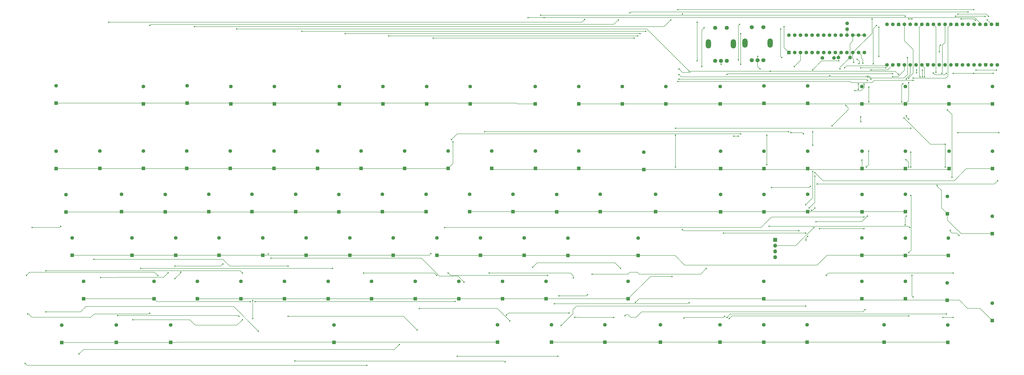
<source format=gbr>
%TF.GenerationSoftware,KiCad,Pcbnew,9.0.6-1.fc43*%
%TF.CreationDate,2025-12-24T21:45:28-06:00*%
%TF.ProjectId,full-keyboard,66756c6c-2d6b-4657-9962-6f6172642e6b,1*%
%TF.SameCoordinates,Original*%
%TF.FileFunction,Copper,L1,Top*%
%TF.FilePolarity,Positive*%
%FSLAX46Y46*%
G04 Gerber Fmt 4.6, Leading zero omitted, Abs format (unit mm)*
G04 Created by KiCad (PCBNEW 9.0.6-1.fc43) date 2025-12-24 21:45:28*
%MOMM*%
%LPD*%
G01*
G04 APERTURE LIST*
G04 Aperture macros list*
%AMRoundRect*
0 Rectangle with rounded corners*
0 $1 Rounding radius*
0 $2 $3 $4 $5 $6 $7 $8 $9 X,Y pos of 4 corners*
0 Add a 4 corners polygon primitive as box body*
4,1,4,$2,$3,$4,$5,$6,$7,$8,$9,$2,$3,0*
0 Add four circle primitives for the rounded corners*
1,1,$1+$1,$2,$3*
1,1,$1+$1,$4,$5*
1,1,$1+$1,$6,$7*
1,1,$1+$1,$8,$9*
0 Add four rect primitives between the rounded corners*
20,1,$1+$1,$2,$3,$4,$5,0*
20,1,$1+$1,$4,$5,$6,$7,0*
20,1,$1+$1,$6,$7,$8,$9,0*
20,1,$1+$1,$8,$9,$2,$3,0*%
%AMFreePoly0*
4,1,37,0.603843,0.796157,0.639018,0.796157,0.711114,0.766294,0.766294,0.711114,0.796157,0.639018,0.796157,0.603843,0.800000,0.600000,0.800000,-0.600000,0.796157,-0.603843,0.796157,-0.639018,0.766294,-0.711114,0.711114,-0.766294,0.639018,-0.796157,0.603843,-0.796157,0.600000,-0.800000,0.000000,-0.800000,0.000000,-0.796148,-0.078414,-0.796148,-0.232228,-0.765552,-0.377117,-0.705537,
-0.507515,-0.618408,-0.618408,-0.507515,-0.705537,-0.377117,-0.765552,-0.232228,-0.796148,-0.078414,-0.796148,0.078414,-0.765552,0.232228,-0.705537,0.377117,-0.618408,0.507515,-0.507515,0.618408,-0.377117,0.705537,-0.232228,0.765552,-0.078414,0.796148,0.000000,0.796148,0.000000,0.800000,0.600000,0.800000,0.603843,0.796157,0.603843,0.796157,$1*%
%AMFreePoly1*
4,1,37,0.000000,0.796148,0.078414,0.796148,0.232228,0.765552,0.377117,0.705537,0.507515,0.618408,0.618408,0.507515,0.705537,0.377117,0.765552,0.232228,0.796148,0.078414,0.796148,-0.078414,0.765552,-0.232228,0.705537,-0.377117,0.618408,-0.507515,0.507515,-0.618408,0.377117,-0.705537,0.232228,-0.765552,0.078414,-0.796148,0.000000,-0.796148,0.000000,-0.800000,-0.600000,-0.800000,
-0.603843,-0.796157,-0.639018,-0.796157,-0.711114,-0.766294,-0.766294,-0.711114,-0.796157,-0.639018,-0.796157,-0.603843,-0.800000,-0.600000,-0.800000,0.600000,-0.796157,0.603843,-0.796157,0.639018,-0.766294,0.711114,-0.711114,0.766294,-0.639018,0.796157,-0.603843,0.796157,-0.600000,0.800000,0.000000,0.800000,0.000000,0.796148,0.000000,0.796148,$1*%
G04 Aperture macros list end*
%TA.AperFunction,ComponentPad*%
%ADD10RoundRect,0.250000X0.550000X-0.550000X0.550000X0.550000X-0.550000X0.550000X-0.550000X-0.550000X0*%
%TD*%
%TA.AperFunction,ComponentPad*%
%ADD11C,1.600000*%
%TD*%
%TA.AperFunction,ComponentPad*%
%ADD12R,1.700000X1.700000*%
%TD*%
%TA.AperFunction,ComponentPad*%
%ADD13O,1.700000X1.700000*%
%TD*%
%TA.AperFunction,ComponentPad*%
%ADD14O,2.300000X4.000000*%
%TD*%
%TA.AperFunction,ComponentPad*%
%ADD15C,1.800000*%
%TD*%
%TA.AperFunction,ComponentPad*%
%ADD16RoundRect,0.200000X-0.600000X0.600000X-0.600000X-0.600000X0.600000X-0.600000X0.600000X0.600000X0*%
%TD*%
%TA.AperFunction,ComponentPad*%
%ADD17FreePoly0,270.000000*%
%TD*%
%TA.AperFunction,ComponentPad*%
%ADD18FreePoly1,270.000000*%
%TD*%
%TA.AperFunction,ViaPad*%
%ADD19C,0.600000*%
%TD*%
%TA.AperFunction,Conductor*%
%ADD20C,0.200000*%
%TD*%
G04 APERTURE END LIST*
D10*
%TO.P,D106,1,K*%
%TO.N,/ROW10*%
X384100000Y-173810000D03*
D11*
%TO.P,D106,2,A*%
%TO.N,Net-(D106-A)*%
X384100000Y-166190000D03*
%TD*%
D10*
%TO.P,D42,1,K*%
%TO.N,/ROW4*%
X59800000Y-116720000D03*
D11*
%TO.P,D42,2,A*%
%TO.N,Net-(D42-A)*%
X59800000Y-109100000D03*
%TD*%
D10*
%TO.P,D38,1,K*%
%TO.N,/ROW3*%
X408100000Y-97720000D03*
D11*
%TO.P,D38,2,A*%
%TO.N,Net-(D38-A)*%
X408100000Y-90100000D03*
%TD*%
D10*
%TO.P,D40,1,K*%
%TO.N,/ROW3*%
X446200000Y-97710000D03*
D11*
%TO.P,D40,2,A*%
%TO.N,Net-(D40-A)*%
X446200000Y-90090000D03*
%TD*%
D10*
%TO.P,D56,1,K*%
%TO.N,/ROW5*%
X346200000Y-116710000D03*
D11*
%TO.P,D56,2,A*%
%TO.N,Net-(D56-A)*%
X346200000Y-109090000D03*
%TD*%
D10*
%TO.P,D88,1,K*%
%TO.N,/ROW8*%
X250800000Y-154810000D03*
D11*
%TO.P,D88,2,A*%
%TO.N,Net-(D88-A)*%
X250800000Y-147190000D03*
%TD*%
D10*
%TO.P,D55,1,K*%
%TO.N,/ROW5*%
X317800000Y-116600000D03*
D11*
%TO.P,D55,2,A*%
%TO.N,Net-(D55-A)*%
X317800000Y-108980000D03*
%TD*%
D10*
%TO.P,D98,1,K*%
%TO.N,/ROW9*%
X105600000Y-173910000D03*
D11*
%TO.P,D98,2,A*%
%TO.N,Net-(D98-A)*%
X105600000Y-166290000D03*
%TD*%
D10*
%TO.P,D97,1,K*%
%TO.N,/ROW9*%
X81800000Y-173910000D03*
D11*
%TO.P,D97,2,A*%
%TO.N,Net-(D97-A)*%
X81800000Y-166290000D03*
%TD*%
D12*
%TO.P,J1,1,Pin_1*%
%TO.N,GND*%
X370100000Y-128980000D03*
D13*
%TO.P,J1,2,Pin_2*%
%TO.N,+3.3V*%
X370100000Y-131520000D03*
%TO.P,J1,3,Pin_3*%
%TO.N,SCL*%
X370100000Y-134060000D03*
%TO.P,J1,4,Pin_4*%
%TO.N,SDA*%
X370100000Y-136600000D03*
%TD*%
D10*
%TO.P,D67,1,K*%
%TO.N,/ROW6*%
X145900000Y-135710000D03*
D11*
%TO.P,D67,2,A*%
%TO.N,Net-(D67-A)*%
X145900000Y-128090000D03*
%TD*%
D10*
%TO.P,D74,1,K*%
%TO.N,/ROW7*%
X279400000Y-135810000D03*
D11*
%TO.P,D74,2,A*%
%TO.N,Net-(D74-A)*%
X279400000Y-128190000D03*
%TD*%
D10*
%TO.P,D96,1,K*%
%TO.N,/ROW9*%
X57900000Y-174010000D03*
D11*
%TO.P,D96,2,A*%
%TO.N,Net-(D96-A)*%
X57900000Y-166390000D03*
%TD*%
D10*
%TO.P,D82,1,K*%
%TO.N,/ROW8*%
X136300000Y-154810000D03*
D11*
%TO.P,D82,2,A*%
%TO.N,Net-(D82-A)*%
X136300000Y-147190000D03*
%TD*%
D10*
%TO.P,D86,1,K*%
%TO.N,/ROW8*%
X212600000Y-154810000D03*
D11*
%TO.P,D86,2,A*%
%TO.N,Net-(D86-A)*%
X212600000Y-147190000D03*
%TD*%
D10*
%TO.P,D41,1,K*%
%TO.N,/ROW4*%
X465200000Y-97710000D03*
D11*
%TO.P,D41,2,A*%
%TO.N,Net-(D41-A)*%
X465200000Y-90090000D03*
%TD*%
D10*
%TO.P,D91,1,K*%
%TO.N,/ROW9*%
X365100000Y-154810000D03*
D11*
%TO.P,D91,2,A*%
%TO.N,Net-(D91-A)*%
X365100000Y-147190000D03*
%TD*%
D10*
%TO.P,D26,1,K*%
%TO.N,/ROW2*%
X150800000Y-97620000D03*
D11*
%TO.P,D26,2,A*%
%TO.N,Net-(D26-A)*%
X150800000Y-90000000D03*
%TD*%
D10*
%TO.P,D39,1,K*%
%TO.N,/ROW3*%
X427100000Y-97720000D03*
D11*
%TO.P,D39,2,A*%
%TO.N,Net-(D39-A)*%
X427100000Y-90100000D03*
%TD*%
D10*
%TO.P,D83,1,K*%
%TO.N,/ROW8*%
X155400000Y-154810000D03*
D11*
%TO.P,D83,2,A*%
%TO.N,Net-(D83-A)*%
X155400000Y-147190000D03*
%TD*%
D10*
%TO.P,D11,1,K*%
%TO.N,/ROW1*%
X284200000Y-69310000D03*
D11*
%TO.P,D11,2,A*%
%TO.N,Net-(D11-A)*%
X284200000Y-61690000D03*
%TD*%
D10*
%TO.P,D22,1,K*%
%TO.N,/ROW2*%
X74600000Y-97620000D03*
D11*
%TO.P,D22,2,A*%
%TO.N,Net-(D22-A)*%
X74600000Y-90000000D03*
%TD*%
D10*
%TO.P,D15,1,K*%
%TO.N,/ROW1*%
X365200000Y-69120000D03*
D11*
%TO.P,D15,2,A*%
%TO.N,Net-(D15-A)*%
X365200000Y-61500000D03*
%TD*%
D10*
%TO.P,D5,1,K*%
%TO.N,/ROW0*%
X151000000Y-69310000D03*
D11*
%TO.P,D5,2,A*%
%TO.N,Net-(D5-A)*%
X151000000Y-61690000D03*
%TD*%
D10*
%TO.P,D51,1,K*%
%TO.N,/ROW5*%
X236400000Y-116610000D03*
D11*
%TO.P,D51,2,A*%
%TO.N,Net-(D51-A)*%
X236400000Y-108990000D03*
%TD*%
D10*
%TO.P,D58,1,K*%
%TO.N,/ROW5*%
X384300000Y-116610000D03*
D11*
%TO.P,D58,2,A*%
%TO.N,Net-(D58-A)*%
X384300000Y-108990000D03*
%TD*%
D10*
%TO.P,D28,1,K*%
%TO.N,/ROW2*%
X188900000Y-97620000D03*
D11*
%TO.P,D28,2,A*%
%TO.N,Net-(D28-A)*%
X188900000Y-90000000D03*
%TD*%
D10*
%TO.P,D107,1,K*%
%TO.N,/ROW10*%
X417800000Y-173810000D03*
D11*
%TO.P,D107,2,A*%
%TO.N,Net-(D107-A)*%
X417800000Y-166190000D03*
%TD*%
D10*
%TO.P,D19,1,K*%
%TO.N,/ROW1*%
X446100000Y-69310000D03*
D11*
%TO.P,D19,2,A*%
%TO.N,Net-(D19-A)*%
X446100000Y-61690000D03*
%TD*%
D10*
%TO.P,D8,1,K*%
%TO.N,/ROW0*%
X217600000Y-69310000D03*
D11*
%TO.P,D8,2,A*%
%TO.N,Net-(D8-A)*%
X217600000Y-61690000D03*
%TD*%
D10*
%TO.P,D70,1,K*%
%TO.N,/ROW6*%
X203000000Y-135710000D03*
D11*
%TO.P,D70,2,A*%
%TO.N,Net-(D70-A)*%
X203000000Y-128090000D03*
%TD*%
D10*
%TO.P,D72,1,K*%
%TO.N,/ROW7*%
X241200000Y-135710000D03*
D11*
%TO.P,D72,2,A*%
%TO.N,Net-(D72-A)*%
X241200000Y-128090000D03*
%TD*%
D10*
%TO.P,D33,1,K*%
%TO.N,/ROW3*%
X284200000Y-97620000D03*
D11*
%TO.P,D33,2,A*%
%TO.N,Net-(D33-A)*%
X284200000Y-90000000D03*
%TD*%
D10*
%TO.P,D37,1,K*%
%TO.N,/ROW3*%
X384300000Y-97720000D03*
D11*
%TO.P,D37,2,A*%
%TO.N,Net-(D37-A)*%
X384300000Y-90100000D03*
%TD*%
D10*
%TO.P,D44,1,K*%
%TO.N,/ROW4*%
X103200000Y-116710000D03*
D11*
%TO.P,D44,2,A*%
%TO.N,Net-(D44-A)*%
X103200000Y-109090000D03*
%TD*%
D10*
%TO.P,D13,1,K*%
%TO.N,/ROW1*%
X322300000Y-69310000D03*
D11*
%TO.P,D13,2,A*%
%TO.N,Net-(D13-A)*%
X322300000Y-61690000D03*
%TD*%
D10*
%TO.P,D73,1,K*%
%TO.N,/ROW7*%
X260300000Y-135710000D03*
D11*
%TO.P,D73,2,A*%
%TO.N,Net-(D73-A)*%
X260300000Y-128090000D03*
%TD*%
D10*
%TO.P,D85,1,K*%
%TO.N,/ROW8*%
X193500000Y-154810000D03*
D11*
%TO.P,D85,2,A*%
%TO.N,Net-(D85-A)*%
X193500000Y-147190000D03*
%TD*%
D10*
%TO.P,D48,1,K*%
%TO.N,/ROW4*%
X179200000Y-116710000D03*
D11*
%TO.P,D48,2,A*%
%TO.N,Net-(D48-A)*%
X179200000Y-109090000D03*
%TD*%
D10*
%TO.P,D79,1,K*%
%TO.N,/ROW7*%
X67500000Y-154810000D03*
D11*
%TO.P,D79,2,A*%
%TO.N,Net-(D79-A)*%
X67500000Y-147190000D03*
%TD*%
D14*
%TO.P,SW109,6,6*%
%TO.N,unconnected-(SW109-Pad6)*%
X367900000Y-42700000D03*
%TO.P,SW109,7,7*%
%TO.N,unconnected-(SW109-Pad7)*%
X356900000Y-42700000D03*
D15*
%TO.P,SW109,A,A*%
%TO.N,/RotEncoder1A*%
X359860000Y-50200000D03*
%TO.P,SW109,B,B*%
%TO.N,/RotEncoder1B*%
X364940000Y-50200000D03*
%TO.P,SW109,C,C*%
%TO.N,GND*%
X362400000Y-50200000D03*
%TO.P,SW109,D,D*%
%TO.N,/RotEncoder1B1*%
X359860000Y-35700000D03*
%TO.P,SW109,E,E*%
%TO.N,/RotEncoder1B2*%
X364940000Y-35700000D03*
%TD*%
D10*
%TO.P,D29,1,K*%
%TO.N,/ROW2*%
X207984428Y-97619391D03*
D11*
%TO.P,D29,2,A*%
%TO.N,Net-(D29-A)*%
X207984428Y-89999391D03*
%TD*%
D10*
%TO.P,D46,1,K*%
%TO.N,/ROW4*%
X141200000Y-116610000D03*
D11*
%TO.P,D46,2,A*%
%TO.N,Net-(D46-A)*%
X141200000Y-108990000D03*
%TD*%
D10*
%TO.P,D75,1,K*%
%TO.N,/ROW7*%
X310200000Y-135810000D03*
D11*
%TO.P,D75,2,A*%
%TO.N,Net-(D75-A)*%
X310200000Y-128190000D03*
%TD*%
D10*
%TO.P,D30,1,K*%
%TO.N,/ROW2*%
X227000000Y-97620000D03*
D11*
%TO.P,D30,2,A*%
%TO.N,Net-(D30-A)*%
X227000000Y-90000000D03*
%TD*%
D10*
%TO.P,D90,1,K*%
%TO.N,/ROW8*%
X305800000Y-154810000D03*
D11*
%TO.P,D90,2,A*%
%TO.N,Net-(D90-A)*%
X305800000Y-147190000D03*
%TD*%
D10*
%TO.P,D87,1,K*%
%TO.N,/ROW8*%
X231700000Y-154810000D03*
D11*
%TO.P,D87,2,A*%
%TO.N,Net-(D87-A)*%
X231700000Y-147190000D03*
%TD*%
D10*
%TO.P,D69,1,K*%
%TO.N,/ROW6*%
X184000000Y-135710000D03*
D11*
%TO.P,D69,2,A*%
%TO.N,Net-(D69-A)*%
X184000000Y-128090000D03*
%TD*%
D10*
%TO.P,D9,1,K*%
%TO.N,/ROW0*%
X236700000Y-69310000D03*
D11*
%TO.P,D9,2,A*%
%TO.N,Net-(D9-A)*%
X236700000Y-61690000D03*
%TD*%
D10*
%TO.P,D12,1,K*%
%TO.N,/ROW1*%
X303200000Y-69310000D03*
D11*
%TO.P,D12,2,A*%
%TO.N,Net-(D12-A)*%
X303200000Y-61690000D03*
%TD*%
D10*
%TO.P,D4,1,K*%
%TO.N,/ROW0*%
X131900000Y-69310000D03*
D11*
%TO.P,D4,2,A*%
%TO.N,Net-(D4-A)*%
X131900000Y-61690000D03*
%TD*%
D10*
%TO.P,D20,1,K*%
%TO.N,/ROW1*%
X465200000Y-69310000D03*
D11*
%TO.P,D20,2,A*%
%TO.N,Net-(D20-A)*%
X465200000Y-61690000D03*
%TD*%
D10*
%TO.P,D25,1,K*%
%TO.N,/ROW2*%
X131700000Y-97620000D03*
D11*
%TO.P,D25,2,A*%
%TO.N,Net-(D25-A)*%
X131700000Y-90000000D03*
%TD*%
D10*
%TO.P,D108,1,K*%
%TO.N,/ROW10*%
X445600000Y-173910000D03*
D11*
%TO.P,D108,2,A*%
%TO.N,Net-(D108-A)*%
X445600000Y-166290000D03*
%TD*%
D10*
%TO.P,D84,1,K*%
%TO.N,/ROW8*%
X174500000Y-154810000D03*
D11*
%TO.P,D84,2,A*%
%TO.N,Net-(D84-A)*%
X174500000Y-147190000D03*
%TD*%
D10*
%TO.P,D1,1,K*%
%TO.N,/ROW0*%
X55500000Y-69000000D03*
D11*
%TO.P,D1,2,A*%
%TO.N,Net-(D1-A)*%
X55500000Y-61380000D03*
%TD*%
D10*
%TO.P,D62,1,K*%
%TO.N,/ROW6*%
X465100000Y-126220000D03*
D11*
%TO.P,D62,2,A*%
%TO.N,Net-(D62-A)*%
X465100000Y-118600000D03*
%TD*%
D10*
%TO.P,D101,1,K*%
%TO.N,/ROW10*%
X272200000Y-173820000D03*
D11*
%TO.P,D101,2,A*%
%TO.N,Net-(D101-A)*%
X272200000Y-166200000D03*
%TD*%
D10*
%TO.P,D7,1,K*%
%TO.N,/ROW0*%
X198500000Y-69310000D03*
D11*
%TO.P,D7,2,A*%
%TO.N,Net-(D7-A)*%
X198500000Y-61690000D03*
%TD*%
D10*
%TO.P,D50,1,K*%
%TO.N,/ROW4*%
X217400000Y-116610000D03*
D11*
%TO.P,D50,2,A*%
%TO.N,Net-(D50-A)*%
X217400000Y-108990000D03*
%TD*%
D10*
%TO.P,D99,1,K*%
%TO.N,/ROW9*%
X177100000Y-173910000D03*
D11*
%TO.P,D99,2,A*%
%TO.N,Net-(D99-A)*%
X177100000Y-166290000D03*
%TD*%
D10*
%TO.P,D36,1,K*%
%TO.N,/ROW3*%
X365200000Y-97720000D03*
D11*
%TO.P,D36,2,A*%
%TO.N,Net-(D36-A)*%
X365200000Y-90100000D03*
%TD*%
D10*
%TO.P,D95,1,K*%
%TO.N,/ROW9*%
X465100000Y-164310000D03*
D11*
%TO.P,D95,2,A*%
%TO.N,Net-(D95-A)*%
X465100000Y-156690000D03*
%TD*%
D10*
%TO.P,D105,1,K*%
%TO.N,/ROW10*%
X365100000Y-173820000D03*
D11*
%TO.P,D105,2,A*%
%TO.N,Net-(D105-A)*%
X365100000Y-166200000D03*
%TD*%
D10*
%TO.P,D100,1,K*%
%TO.N,/ROW9*%
X248600000Y-173820000D03*
D11*
%TO.P,D100,2,A*%
%TO.N,Net-(D100-A)*%
X248600000Y-166200000D03*
%TD*%
D10*
%TO.P,D92,1,K*%
%TO.N,/ROW9*%
X408000000Y-154800000D03*
D11*
%TO.P,D92,2,A*%
%TO.N,Net-(D92-A)*%
X408000000Y-147180000D03*
%TD*%
D10*
%TO.P,D2,1,K*%
%TO.N,/ROW0*%
X93700000Y-69310000D03*
D11*
%TO.P,D2,2,A*%
%TO.N,Net-(D2-A)*%
X93700000Y-61690000D03*
%TD*%
D10*
%TO.P,D31,1,K*%
%TO.N,/ROW3*%
X246100000Y-97620000D03*
D11*
%TO.P,D31,2,A*%
%TO.N,Net-(D31-A)*%
X246100000Y-90000000D03*
%TD*%
D10*
%TO.P,D66,1,K*%
%TO.N,/ROW6*%
X126800000Y-135710000D03*
D11*
%TO.P,D66,2,A*%
%TO.N,Net-(D66-A)*%
X126800000Y-128090000D03*
%TD*%
%TO.P,C1,1,1*%
%TO.N,Net-(U1-VDD)*%
X395840000Y-49200000D03*
%TO.P,C1,2,2*%
%TO.N,+5V*%
X390760000Y-49200000D03*
%TD*%
D10*
%TO.P,D93,1,K*%
%TO.N,/ROW9*%
X427100000Y-154810000D03*
D11*
%TO.P,D93,2,A*%
%TO.N,Net-(D93-A)*%
X427100000Y-147190000D03*
%TD*%
D10*
%TO.P,D43,1,K*%
%TO.N,/ROW4*%
X84100000Y-116620000D03*
D11*
%TO.P,D43,2,A*%
%TO.N,Net-(D43-A)*%
X84100000Y-109000000D03*
%TD*%
D10*
%TO.P,D103,1,K*%
%TO.N,/ROW10*%
X319900000Y-173820000D03*
D11*
%TO.P,D103,2,A*%
%TO.N,Net-(D103-A)*%
X319900000Y-166200000D03*
%TD*%
D10*
%TO.P,U1,1,GPB0*%
%TO.N,/RotEncoder1B1*%
X376140000Y-46820000D03*
D11*
%TO.P,U1,2,GPB1*%
%TO.N,/RotEncoder1B2*%
X378680000Y-46820000D03*
%TO.P,U1,3,GPB2*%
%TO.N,/RotEncoder2B1*%
X381220000Y-46820000D03*
%TO.P,U1,4,GPB3*%
%TO.N,/RotEncoder2B2*%
X383760000Y-46820000D03*
%TO.P,U1,5,GPB4*%
%TO.N,unconnected-(U1-GPB4-Pad5)*%
X386300000Y-46820000D03*
%TO.P,U1,6,GPB5*%
%TO.N,unconnected-(U1-GPB5-Pad6)*%
X388840000Y-46820000D03*
%TO.P,U1,7,GPB6*%
%TO.N,unconnected-(U1-GPB6-Pad7)*%
X391380000Y-46820000D03*
%TO.P,U1,8,GPB7*%
%TO.N,unconnected-(U1-GPB7-Pad8)*%
X393920000Y-46820000D03*
%TO.P,U1,9,VDD*%
%TO.N,Net-(U1-VDD)*%
X396460000Y-46820000D03*
%TO.P,U1,10,VSS*%
%TO.N,Net-(U1-VSS)*%
X399000000Y-46820000D03*
%TO.P,U1,11,NC*%
%TO.N,unconnected-(U1-NC-Pad11)*%
X401540000Y-46820000D03*
%TO.P,U1,12,SCK*%
%TO.N,SCL*%
X404080000Y-46820000D03*
%TO.P,U1,13,SDA*%
%TO.N,SDA*%
X406620000Y-46820000D03*
%TO.P,U1,14,NC__1*%
%TO.N,unconnected-(U1-NC__1-Pad14)*%
X409160000Y-46820000D03*
%TO.P,U1,15,A0*%
%TO.N,GND*%
X409160000Y-39200000D03*
%TO.P,U1,16,A1*%
X406620000Y-39200000D03*
%TO.P,U1,17,A2*%
X404080000Y-39200000D03*
%TO.P,U1,18,~{RESET}*%
%TO.N,Net-(U1-~{RESET})*%
X401540000Y-39200000D03*
%TO.P,U1,19,INTB*%
%TO.N,unconnected-(U1-INTB-Pad19)*%
X399000000Y-39200000D03*
%TO.P,U1,20,INTA*%
%TO.N,unconnected-(U1-INTA-Pad20)*%
X396460000Y-39200000D03*
%TO.P,U1,21,GPA0*%
%TO.N,/RotEncoder1A*%
X393920000Y-39200000D03*
%TO.P,U1,22,GPA1*%
%TO.N,/RotEncoder1B*%
X391380000Y-39200000D03*
%TO.P,U1,23,GPA2*%
%TO.N,/RotEncoder2A*%
X388840000Y-39200000D03*
%TO.P,U1,24,GPA3*%
%TO.N,/RotEncoder2B*%
X386300000Y-39200000D03*
%TO.P,U1,25,GPA4*%
%TO.N,unconnected-(U1-GPA4-Pad25)*%
X383760000Y-39200000D03*
%TO.P,U1,26,GPA5*%
%TO.N,unconnected-(U1-GPA5-Pad26)*%
X381220000Y-39200000D03*
%TO.P,U1,27,GPA6*%
%TO.N,unconnected-(U1-GPA6-Pad27)*%
X378680000Y-39200000D03*
%TO.P,U1,28,GPA7*%
%TO.N,unconnected-(U1-GPA7-Pad28)*%
X376140000Y-39200000D03*
%TD*%
D10*
%TO.P,D104,1,K*%
%TO.N,/ROW10*%
X346000000Y-173820000D03*
D11*
%TO.P,D104,2,A*%
%TO.N,Net-(D104-A)*%
X346000000Y-166200000D03*
%TD*%
D10*
%TO.P,D17,1,K*%
%TO.N,/ROW1*%
X408000000Y-69310000D03*
D11*
%TO.P,D17,2,A*%
%TO.N,Net-(D17-A)*%
X408000000Y-61690000D03*
%TD*%
D14*
%TO.P,SW110,6,6*%
%TO.N,unconnected-(SW110-Pad6)*%
X351860000Y-43000000D03*
%TO.P,SW110,7,7*%
%TO.N,unconnected-(SW110-Pad7)*%
X340860000Y-43000000D03*
D15*
%TO.P,SW110,A,A*%
%TO.N,/RotEncoder2A*%
X343820000Y-50500000D03*
%TO.P,SW110,B,B*%
%TO.N,/RotEncoder2B*%
X348900000Y-50500000D03*
%TO.P,SW110,C,C*%
%TO.N,GND*%
X346360000Y-50500000D03*
%TO.P,SW110,D,D*%
%TO.N,/RotEncoder2B1*%
X343820000Y-36000000D03*
%TO.P,SW110,E,E*%
%TO.N,/RotEncoder2B2*%
X348900000Y-36000000D03*
%TD*%
D10*
%TO.P,D32,1,K*%
%TO.N,/ROW3*%
X265200000Y-97620000D03*
D11*
%TO.P,D32,2,A*%
%TO.N,Net-(D32-A)*%
X265200000Y-90000000D03*
%TD*%
D10*
%TO.P,D65,1,K*%
%TO.N,/ROW6*%
X107800000Y-135710000D03*
D11*
%TO.P,D65,2,A*%
%TO.N,Net-(D65-A)*%
X107800000Y-128090000D03*
%TD*%
D10*
%TO.P,D54,1,K*%
%TO.N,/ROW5*%
X293600000Y-116610000D03*
D11*
%TO.P,D54,2,A*%
%TO.N,Net-(D54-A)*%
X293600000Y-108990000D03*
%TD*%
D10*
%TO.P,D14,1,K*%
%TO.N,/ROW1*%
X346100000Y-69310000D03*
D11*
%TO.P,D14,2,A*%
%TO.N,Net-(D14-A)*%
X346100000Y-61690000D03*
%TD*%
D10*
%TO.P,D16,1,K*%
%TO.N,/ROW1*%
X384300000Y-69120000D03*
D11*
%TO.P,D16,2,A*%
%TO.N,Net-(D16-A)*%
X384300000Y-61500000D03*
%TD*%
D10*
%TO.P,D34,1,K*%
%TO.N,/ROW3*%
X312600000Y-98110000D03*
D11*
%TO.P,D34,2,A*%
%TO.N,Net-(D34-A)*%
X312600000Y-90490000D03*
%TD*%
D16*
%TO.P,A1,1,GPIO0*%
%TO.N,SDA*%
X467317500Y-34500000D03*
D11*
%TO.P,A1,2,GPIO1*%
%TO.N,SCL*%
X464777500Y-34500000D03*
D17*
%TO.P,A1,3,GND*%
%TO.N,GND*%
X462237500Y-34500000D03*
D11*
%TO.P,A1,4,GPIO2*%
%TO.N,/COL0*%
X459697500Y-34500000D03*
%TO.P,A1,5,GPIO3*%
%TO.N,/COL1*%
X457157500Y-34500000D03*
%TO.P,A1,6,GPIO4*%
%TO.N,/COL2*%
X454617500Y-34500000D03*
%TO.P,A1,7,GPIO5*%
%TO.N,/COL3*%
X452077500Y-34500000D03*
D17*
%TO.P,A1,8,GND*%
%TO.N,GND*%
X449537500Y-34500000D03*
D11*
%TO.P,A1,9,GPIO6*%
%TO.N,/COL4*%
X446997500Y-34500000D03*
%TO.P,A1,10,GPIO7*%
%TO.N,/COL5*%
X444457500Y-34500000D03*
%TO.P,A1,11,GPIO8*%
%TO.N,/COL6*%
X441917500Y-34500000D03*
%TO.P,A1,12,GPIO9*%
%TO.N,/COL7*%
X439377500Y-34500000D03*
D17*
%TO.P,A1,13,GND*%
%TO.N,GND*%
X436837500Y-34500000D03*
D11*
%TO.P,A1,14,GPIO10*%
%TO.N,/COL8*%
X434297500Y-34500000D03*
%TO.P,A1,15,GPIO11*%
%TO.N,/COL9*%
X431757500Y-34500000D03*
%TO.P,A1,16,GPIO12*%
%TO.N,/ROW0*%
X429217500Y-34500000D03*
%TO.P,A1,17,GPIO13*%
%TO.N,/ROW1*%
X426677500Y-34500000D03*
D17*
%TO.P,A1,18,GND*%
%TO.N,GND*%
X424137500Y-34500000D03*
D11*
%TO.P,A1,19,GPIO14*%
%TO.N,/ROW2*%
X421597500Y-34500000D03*
%TO.P,A1,20,GPIO15*%
%TO.N,/ROW3*%
X419057500Y-34500000D03*
%TO.P,A1,21,GPIO16*%
%TO.N,/ROW4*%
X419057500Y-52280000D03*
%TO.P,A1,22,GPIO17*%
%TO.N,/ROW5*%
X421597500Y-52280000D03*
D18*
%TO.P,A1,23,GND*%
%TO.N,GND*%
X424137500Y-52280000D03*
D11*
%TO.P,A1,24,GPIO18*%
%TO.N,/ROW6*%
X426677500Y-52280000D03*
%TO.P,A1,25,GPIO19*%
%TO.N,/ROW7*%
X429217500Y-52280000D03*
%TO.P,A1,26,GPIO20*%
%TO.N,/ROW8*%
X431757500Y-52280000D03*
%TO.P,A1,27,GPIO21*%
%TO.N,/ROW9*%
X434297500Y-52280000D03*
D18*
%TO.P,A1,28,GND*%
%TO.N,GND*%
X436837500Y-52280000D03*
D11*
%TO.P,A1,29,GPIO22*%
%TO.N,/ROW10*%
X439377500Y-52280000D03*
%TO.P,A1,30,RUN*%
%TO.N,unconnected-(A1-RUN-Pad30)*%
X441917500Y-52280000D03*
%TO.P,A1,31,GPIO26_ADC0*%
%TO.N,unconnected-(A1-GPIO26_ADC0-Pad31)*%
X444457500Y-52280000D03*
%TO.P,A1,32,GPIO27_ADC1*%
%TO.N,unconnected-(A1-GPIO27_ADC1-Pad32)*%
X446997500Y-52280000D03*
D18*
%TO.P,A1,33,AGND*%
%TO.N,unconnected-(A1-AGND-Pad33)*%
X449537500Y-52280000D03*
D11*
%TO.P,A1,34,GPIO28_ADC2*%
%TO.N,unconnected-(A1-GPIO28_ADC2-Pad34)*%
X452077500Y-52280000D03*
%TO.P,A1,35,ADC_VREF*%
%TO.N,unconnected-(A1-ADC_VREF-Pad35)*%
X454617500Y-52280000D03*
%TO.P,A1,36,3V3*%
%TO.N,+3.3V*%
X457157500Y-52280000D03*
%TO.P,A1,37,3V3_EN*%
%TO.N,unconnected-(A1-3V3_EN-Pad37)*%
X459697500Y-52280000D03*
D18*
%TO.P,A1,38,GND*%
%TO.N,GND*%
X462237500Y-52280000D03*
D11*
%TO.P,A1,39,VSYS*%
%TO.N,unconnected-(A1-VSYS-Pad39)*%
X464777500Y-52280000D03*
%TO.P,A1,40,VBUS*%
%TO.N,+5V*%
X467317500Y-52280000D03*
%TD*%
D10*
%TO.P,D23,1,K*%
%TO.N,/ROW2*%
X93700000Y-97620000D03*
D11*
%TO.P,D23,2,A*%
%TO.N,Net-(D23-A)*%
X93700000Y-90000000D03*
%TD*%
D10*
%TO.P,D3,1,K*%
%TO.N,/ROW0*%
X112800000Y-69000000D03*
D11*
%TO.P,D3,2,A*%
%TO.N,Net-(D3-A)*%
X112800000Y-61380000D03*
%TD*%
D10*
%TO.P,D77,1,K*%
%TO.N,/ROW7*%
X427100000Y-135810000D03*
D11*
%TO.P,D77,2,A*%
%TO.N,Net-(D77-A)*%
X427100000Y-128190000D03*
%TD*%
%TO.P,R3,1,1*%
%TO.N,Net-(U1-~{RESET})*%
X401600000Y-36545000D03*
%TO.P,R3,2,2*%
%TO.N,+3.3V*%
X401600000Y-34005000D03*
%TD*%
D10*
%TO.P,D102,1,K*%
%TO.N,/ROW10*%
X295600000Y-173810000D03*
D11*
%TO.P,D102,2,A*%
%TO.N,Net-(D102-A)*%
X295600000Y-166190000D03*
%TD*%
D10*
%TO.P,D71,1,K*%
%TO.N,/ROW7*%
X222100000Y-135700000D03*
D11*
%TO.P,D71,2,A*%
%TO.N,Net-(D71-A)*%
X222100000Y-128080000D03*
%TD*%
D10*
%TO.P,D27,1,K*%
%TO.N,/ROW2*%
X169900000Y-97620000D03*
D11*
%TO.P,D27,2,A*%
%TO.N,Net-(D27-A)*%
X169900000Y-90000000D03*
%TD*%
%TO.P,C2,1,1*%
%TO.N,Net-(U1-VSS)*%
X397760000Y-49000000D03*
%TO.P,C2,2,2*%
%TO.N,GND*%
X402840000Y-49000000D03*
%TD*%
D10*
%TO.P,D35,1,K*%
%TO.N,/ROW3*%
X346200000Y-97720000D03*
D11*
%TO.P,D35,2,A*%
%TO.N,Net-(D35-A)*%
X346200000Y-90100000D03*
%TD*%
D10*
%TO.P,D6,1,K*%
%TO.N,/ROW0*%
X179400000Y-69310000D03*
D11*
%TO.P,D6,2,A*%
%TO.N,Net-(D6-A)*%
X179400000Y-61690000D03*
%TD*%
D10*
%TO.P,D24,1,K*%
%TO.N,/ROW2*%
X112600000Y-97620000D03*
D11*
%TO.P,D24,2,A*%
%TO.N,Net-(D24-A)*%
X112600000Y-90000000D03*
%TD*%
D10*
%TO.P,D45,1,K*%
%TO.N,/ROW4*%
X122300000Y-116620000D03*
D11*
%TO.P,D45,2,A*%
%TO.N,Net-(D45-A)*%
X122300000Y-109000000D03*
%TD*%
D10*
%TO.P,D18,1,K*%
%TO.N,/ROW1*%
X427100000Y-69310000D03*
D11*
%TO.P,D18,2,A*%
%TO.N,Net-(D18-A)*%
X427100000Y-61690000D03*
%TD*%
D10*
%TO.P,D61,1,K*%
%TO.N,/ROW6*%
X445500000Y-117510000D03*
D11*
%TO.P,D61,2,A*%
%TO.N,Net-(D61-A)*%
X445500000Y-109890000D03*
%TD*%
D10*
%TO.P,D64,1,K*%
%TO.N,/ROW6*%
X88700000Y-135710000D03*
D11*
%TO.P,D64,2,A*%
%TO.N,Net-(D64-A)*%
X88700000Y-128090000D03*
%TD*%
D10*
%TO.P,D81,1,K*%
%TO.N,/ROW8*%
X117300000Y-154810000D03*
D11*
%TO.P,D81,2,A*%
%TO.N,Net-(D81-A)*%
X117300000Y-147190000D03*
%TD*%
D10*
%TO.P,D68,1,K*%
%TO.N,/ROW6*%
X164900000Y-135710000D03*
D11*
%TO.P,D68,2,A*%
%TO.N,Net-(D68-A)*%
X164900000Y-128090000D03*
%TD*%
D10*
%TO.P,D63,1,K*%
%TO.N,/ROW6*%
X62500000Y-135710000D03*
D11*
%TO.P,D63,2,A*%
%TO.N,Net-(D63-A)*%
X62500000Y-128090000D03*
%TD*%
D10*
%TO.P,D47,1,K*%
%TO.N,/ROW4*%
X160300000Y-116610000D03*
D11*
%TO.P,D47,2,A*%
%TO.N,Net-(D47-A)*%
X160300000Y-108990000D03*
%TD*%
D10*
%TO.P,D89,1,K*%
%TO.N,/ROW8*%
X269900000Y-154810000D03*
D11*
%TO.P,D89,2,A*%
%TO.N,Net-(D89-A)*%
X269900000Y-147190000D03*
%TD*%
D10*
%TO.P,D21,1,K*%
%TO.N,/ROW2*%
X55500000Y-97720000D03*
D11*
%TO.P,D21,2,A*%
%TO.N,Net-(D21-A)*%
X55500000Y-90100000D03*
%TD*%
D10*
%TO.P,D53,1,K*%
%TO.N,/ROW5*%
X274500000Y-116700000D03*
D11*
%TO.P,D53,2,A*%
%TO.N,Net-(D53-A)*%
X274500000Y-109080000D03*
%TD*%
D10*
%TO.P,D78,1,K*%
%TO.N,/ROW7*%
X445900000Y-135800000D03*
D11*
%TO.P,D78,2,A*%
%TO.N,Net-(D78-A)*%
X445900000Y-128180000D03*
%TD*%
D10*
%TO.P,D59,1,K*%
%TO.N,/ROW5*%
X408100000Y-116710000D03*
D11*
%TO.P,D59,2,A*%
%TO.N,Net-(D59-A)*%
X408100000Y-109090000D03*
%TD*%
D10*
%TO.P,D49,1,K*%
%TO.N,/ROW4*%
X198200000Y-116610000D03*
D11*
%TO.P,D49,2,A*%
%TO.N,Net-(D49-A)*%
X198200000Y-108990000D03*
%TD*%
D10*
%TO.P,D76,1,K*%
%TO.N,/ROW7*%
X408000000Y-135720000D03*
D11*
%TO.P,D76,2,A*%
%TO.N,Net-(D76-A)*%
X408000000Y-128100000D03*
%TD*%
D10*
%TO.P,D57,1,K*%
%TO.N,/ROW5*%
X365200000Y-116710000D03*
D11*
%TO.P,D57,2,A*%
%TO.N,Net-(D57-A)*%
X365200000Y-109090000D03*
%TD*%
D10*
%TO.P,D10,1,K*%
%TO.N,/ROW0*%
X265100000Y-69310000D03*
D11*
%TO.P,D10,2,A*%
%TO.N,Net-(D10-A)*%
X265100000Y-61690000D03*
%TD*%
D10*
%TO.P,D80,1,K*%
%TO.N,/ROW7*%
X98300000Y-154810000D03*
D11*
%TO.P,D80,2,A*%
%TO.N,Net-(D80-A)*%
X98300000Y-147190000D03*
%TD*%
D10*
%TO.P,D60,1,K*%
%TO.N,/ROW5*%
X427100000Y-116610000D03*
D11*
%TO.P,D60,2,A*%
%TO.N,Net-(D60-A)*%
X427100000Y-108990000D03*
%TD*%
D10*
%TO.P,D94,1,K*%
%TO.N,/ROW9*%
X445400000Y-155410000D03*
D11*
%TO.P,D94,2,A*%
%TO.N,Net-(D94-A)*%
X445400000Y-147790000D03*
%TD*%
D10*
%TO.P,D52,1,K*%
%TO.N,/ROW5*%
X255400000Y-116610000D03*
D11*
%TO.P,D52,2,A*%
%TO.N,Net-(D52-A)*%
X255400000Y-108990000D03*
%TD*%
D19*
%TO.N,/ROW9*%
X309000000Y-156400000D03*
X435500000Y-57500000D03*
X429500000Y-109500000D03*
X429500000Y-90500000D03*
X282400000Y-162900000D03*
X279957500Y-161000000D03*
X428500000Y-134500000D03*
X429500000Y-97000000D03*
X252500000Y-162000000D03*
X299500000Y-163000000D03*
%TO.N,/ROW10*%
X446700000Y-124800000D03*
X445500000Y-72000000D03*
X443500000Y-163000000D03*
X450500000Y-127000000D03*
X448000000Y-163000000D03*
X447500000Y-101500000D03*
%TO.N,GND*%
X363500000Y-54000000D03*
X346500000Y-52000000D03*
X366500000Y-83100000D03*
X352000000Y-83500000D03*
X354000000Y-83500000D03*
X362500000Y-48500000D03*
X366500000Y-96000000D03*
X398500000Y-54000000D03*
%TO.N,/ROW2*%
X229100000Y-86000000D03*
X415500000Y-35699000D03*
X415500000Y-48500000D03*
X398000000Y-50500000D03*
X376000000Y-81500000D03*
X243000000Y-81500000D03*
X386500000Y-54400000D03*
%TO.N,/ROW8*%
X429500000Y-80000000D03*
X325000000Y-145000000D03*
X326500000Y-83100000D03*
X326500000Y-80000000D03*
X326500000Y-97000000D03*
X434500000Y-57500000D03*
X434500000Y-54500000D03*
%TO.N,/COL2*%
X137000000Y-143500000D03*
X45000000Y-123500000D03*
X51000000Y-142500000D03*
X304400000Y-162200000D03*
X409500000Y-159500000D03*
X301500000Y-32500000D03*
X245000000Y-143500000D03*
X281800000Y-145600000D03*
X306500000Y-29500000D03*
X454500000Y-29000000D03*
X57500000Y-123000000D03*
X96500000Y-35000000D03*
%TO.N,/ROW7*%
X140500000Y-156000000D03*
X427000000Y-122400000D03*
X428500000Y-76000000D03*
X427500000Y-74500000D03*
X142500000Y-156000000D03*
X428500000Y-97000000D03*
X427346306Y-93846306D03*
X230031955Y-155968045D03*
X427500000Y-58400000D03*
X427500000Y-118500000D03*
%TO.N,/COL8*%
X308500000Y-40500000D03*
X430500000Y-59000000D03*
X433500000Y-57500000D03*
X220500000Y-40500000D03*
X144000000Y-169000000D03*
X252000000Y-182500000D03*
X51000000Y-160500000D03*
X327500000Y-59500000D03*
X160000000Y-182000000D03*
%TO.N,/COL0*%
X450000000Y-82000000D03*
X100000000Y-144600000D03*
X254000000Y-164500000D03*
X458000000Y-54500000D03*
X273500000Y-157000000D03*
X42500000Y-144500000D03*
X262000000Y-31500000D03*
X269000000Y-31500000D03*
X467000000Y-54500000D03*
X332500000Y-156500000D03*
X468000000Y-82000000D03*
X214400000Y-159100000D03*
%TO.N,+3.3V*%
X406750000Y-51750000D03*
X439250000Y-55800000D03*
X418500000Y-53500000D03*
X445000000Y-56000000D03*
X406000000Y-49750000D03*
X386000000Y-116000000D03*
X387000000Y-123600000D03*
X432000000Y-54400000D03*
X457000000Y-56000000D03*
X447976169Y-56000000D03*
X388500000Y-104500000D03*
X432000000Y-55750000D03*
X467500000Y-103000000D03*
X407500000Y-53500000D03*
X465500000Y-56000000D03*
X387500000Y-115000000D03*
%TO.N,/ROW3*%
X413000000Y-51790000D03*
X408000000Y-94000000D03*
X407640305Y-77140305D03*
X407500000Y-75000000D03*
X414500000Y-35000000D03*
%TO.N,/COL1*%
X392500000Y-144500000D03*
X286677838Y-32322162D03*
X276500000Y-166500000D03*
X227000000Y-143500000D03*
X78500000Y-33500000D03*
X383500000Y-158000000D03*
X457000000Y-28000000D03*
X327500000Y-28000000D03*
X270500000Y-144500000D03*
X448000000Y-143500000D03*
%TO.N,/ROW1*%
X428500000Y-60000000D03*
X428500000Y-58100000D03*
%TO.N,/COL9*%
X82400000Y-162100000D03*
X275000000Y-180000000D03*
X222000000Y-144500000D03*
X135500000Y-162500000D03*
X383500000Y-126000000D03*
X410500000Y-118500000D03*
X190000000Y-143500000D03*
X157000000Y-162500000D03*
X290000000Y-144000000D03*
X231000000Y-180000000D03*
X275500000Y-153500000D03*
X388000000Y-121000000D03*
X288000000Y-153000000D03*
X213500000Y-168500000D03*
X347500000Y-126000000D03*
X340000000Y-141500000D03*
%TO.N,/ROW0*%
X427000000Y-30900000D03*
X267500000Y-30500000D03*
%TO.N,/COL3*%
X157000000Y-140500000D03*
X324500000Y-32500000D03*
X116000000Y-35500000D03*
X72000000Y-137500000D03*
X428600000Y-162300000D03*
X264000000Y-141000000D03*
X330150000Y-163350000D03*
X348000000Y-162500000D03*
X350000000Y-163500000D03*
X329554249Y-29900000D03*
X302500000Y-141500000D03*
%TO.N,/COL6*%
X182000000Y-38500000D03*
X65500000Y-179000000D03*
X107500000Y-140500000D03*
X128500000Y-139500000D03*
X205700000Y-174800000D03*
X311000000Y-38500000D03*
X75000000Y-145500000D03*
X428000000Y-49000000D03*
X409000000Y-124000000D03*
X394000000Y-57000000D03*
X442500000Y-43500000D03*
X328000000Y-56500000D03*
X104500000Y-143400000D03*
X389500000Y-124000000D03*
X442000000Y-46500000D03*
%TO.N,/COL7*%
X328000000Y-58500000D03*
X410483740Y-59016260D03*
X385500000Y-105500000D03*
X440500000Y-55500000D03*
X310000000Y-39500000D03*
X368500000Y-106000000D03*
X429000000Y-123500000D03*
X137000000Y-164000000D03*
X148275913Y-135110000D03*
X367500000Y-123000000D03*
X141500000Y-163500000D03*
X430000000Y-144500000D03*
X201000000Y-39500000D03*
X141500000Y-155500000D03*
X430500000Y-154000000D03*
X234000000Y-147500000D03*
X149500000Y-137000000D03*
X89000000Y-164000000D03*
%TO.N,/ROW4*%
X387500000Y-99500000D03*
X228500000Y-85000000D03*
X355000000Y-82500000D03*
X400500000Y-53500000D03*
X382500000Y-82500000D03*
X377000000Y-82000000D03*
%TO.N,/COL5*%
X424000000Y-56400000D03*
X329500000Y-124500000D03*
X313500000Y-37500000D03*
X380500000Y-125000000D03*
X96500000Y-161100000D03*
X110000000Y-143100000D03*
X43000000Y-161500000D03*
X163000000Y-37500000D03*
X328000000Y-54000000D03*
X191500000Y-184000000D03*
X443000000Y-56000000D03*
X107500000Y-146000000D03*
X41900000Y-183100000D03*
X368000000Y-55000000D03*
%TO.N,/ROW5*%
X410500000Y-57600000D03*
X411083740Y-68500000D03*
X412000000Y-58500000D03*
X411000000Y-90000000D03*
X411083740Y-62000000D03*
X412000000Y-54400000D03*
X410000000Y-97000000D03*
%TO.N,/ROW6*%
X426500000Y-75500000D03*
X421500000Y-57400000D03*
X425500000Y-68500000D03*
X219500000Y-135000000D03*
X225500000Y-123500000D03*
X444500000Y-97000000D03*
X444500000Y-87000000D03*
X441000000Y-105100000D03*
X426000000Y-60500000D03*
X409000000Y-119000000D03*
%TO.N,SDA*%
X405000000Y-63500000D03*
X383600000Y-129000000D03*
X462000000Y-31000000D03*
X408500000Y-51500000D03*
X409000000Y-60600000D03*
X384300000Y-127400000D03*
X401000000Y-70000000D03*
X449000000Y-30900000D03*
X387500000Y-101000000D03*
X395000000Y-79000000D03*
X385000000Y-115000000D03*
%TO.N,SCL*%
X457732500Y-32718528D03*
X430000000Y-32100000D03*
X412500000Y-32100000D03*
X406500000Y-63000000D03*
X386500000Y-81500000D03*
X386500000Y-99000000D03*
X404500000Y-51100000D03*
X428500000Y-32100000D03*
X386500000Y-87500000D03*
X383500000Y-113500000D03*
X462900000Y-32500000D03*
X451452500Y-32100000D03*
X406500000Y-60600000D03*
%TO.N,+5V*%
X463500000Y-31000000D03*
X450000000Y-30000000D03*
%TO.N,/COL4*%
X349000000Y-163000000D03*
X430500000Y-58000000D03*
X134500000Y-36500000D03*
X176500000Y-141500000D03*
X421500000Y-56100000D03*
X92500000Y-141500000D03*
X445000000Y-161500000D03*
X332500000Y-55000000D03*
X349000000Y-56500000D03*
%TO.N,/RotEncoder1B2*%
X372500000Y-36500000D03*
X373000000Y-49000000D03*
%TO.N,/RotEncoder1B1*%
X374000000Y-35500000D03*
%TO.N,/RotEncoder2B1*%
X378500000Y-53000000D03*
X339000000Y-36000000D03*
X338000000Y-53000000D03*
%TO.N,/RotEncoder2B2*%
X355000000Y-52000000D03*
X355000000Y-38500000D03*
%TO.N,/RotEncoder2A*%
X336000000Y-50500000D03*
X336000000Y-33500000D03*
%TO.N,/RotEncoder2B*%
X354000000Y-50000000D03*
X354500000Y-34500000D03*
%TD*%
D20*
%TO.N,/ROW9*%
X429601000Y-109601000D02*
X429601000Y-133399000D01*
X459790000Y-159000000D02*
X465100000Y-164310000D01*
X450668651Y-155400000D02*
X454268651Y-159000000D01*
X279957500Y-161000000D02*
X253500000Y-161000000D01*
X435500000Y-53482500D02*
X435500000Y-57500000D01*
X454268651Y-159000000D02*
X459790000Y-159000000D01*
X57900000Y-174010000D02*
X108010000Y-174010000D01*
X429601000Y-133399000D02*
X428500000Y-134500000D01*
X434297500Y-52280000D02*
X435500000Y-53482500D01*
X445390000Y-155400000D02*
X445400000Y-155410000D01*
X253500000Y-161000000D02*
X252500000Y-162000000D01*
X282400000Y-162900000D02*
X284900000Y-162900000D01*
X108200000Y-173820000D02*
X248600000Y-173820000D01*
X310590000Y-154810000D02*
X309000000Y-156400000D01*
X445410000Y-155400000D02*
X450668651Y-155400000D01*
X429500000Y-90500000D02*
X429500000Y-97000000D01*
X285000000Y-163000000D02*
X299500000Y-163000000D01*
X429500000Y-109500000D02*
X429601000Y-109601000D01*
X365100000Y-154810000D02*
X310590000Y-154810000D01*
X365100000Y-154810000D02*
X365690000Y-155400000D01*
X284900000Y-162900000D02*
X285000000Y-163000000D01*
X108010000Y-174010000D02*
X108200000Y-173820000D01*
X445400000Y-155410000D02*
X445410000Y-155400000D01*
X365690000Y-155400000D02*
X445390000Y-155400000D01*
%TO.N,/ROW10*%
X447500000Y-74000000D02*
X445500000Y-72000000D01*
X447500000Y-101500000D02*
X447500000Y-74000000D01*
X446700000Y-125200000D02*
X446700000Y-124800000D01*
X449500000Y-126000000D02*
X447500000Y-126000000D01*
X272200000Y-173820000D02*
X446090000Y-173820000D01*
X450500000Y-127000000D02*
X449500000Y-126000000D01*
X446090000Y-173820000D02*
X446100000Y-173810000D01*
X447500000Y-126000000D02*
X446700000Y-125200000D01*
X448000000Y-163000000D02*
X443500000Y-163000000D01*
%TO.N,GND*%
X402840000Y-42980000D02*
X404080000Y-41740000D01*
X402840000Y-49000000D02*
X398500000Y-53340000D01*
X402840000Y-49000000D02*
X402840000Y-42980000D01*
X354000000Y-83500000D02*
X352000000Y-83500000D01*
X362500000Y-50100000D02*
X362400000Y-50200000D01*
X366500000Y-96000000D02*
X366500000Y-83100000D01*
X363500000Y-54000000D02*
X362400000Y-52900000D01*
X404080000Y-39200000D02*
X404080000Y-41740000D01*
X346360000Y-50500000D02*
X346360000Y-51860000D01*
X362400000Y-52900000D02*
X362400000Y-50200000D01*
X362500000Y-48500000D02*
X362500000Y-50100000D01*
X409160000Y-39200000D02*
X404080000Y-39200000D01*
X346360000Y-51860000D02*
X346500000Y-52000000D01*
X398500000Y-53340000D02*
X398500000Y-54000000D01*
%TO.N,/ROW2*%
X226900000Y-97720000D02*
X227000000Y-97620000D01*
X227000000Y-97620000D02*
X229100000Y-95520000D01*
X55500000Y-97720000D02*
X226900000Y-97720000D01*
X415500000Y-48500000D02*
X415500000Y-35699000D01*
X243000000Y-81500000D02*
X290000000Y-81500000D01*
X290000000Y-81500000D02*
X376000000Y-81500000D01*
X390400000Y-50500000D02*
X398000000Y-50500000D01*
X229100000Y-95520000D02*
X229100000Y-86000000D01*
X386500000Y-54400000D02*
X390400000Y-50500000D01*
%TO.N,/ROW8*%
X305800000Y-154810000D02*
X315610000Y-145000000D01*
X315610000Y-145000000D02*
X325000000Y-145000000D01*
X326500000Y-80000000D02*
X374500000Y-80000000D01*
X117300000Y-154810000D02*
X305800000Y-154810000D01*
X326500000Y-97000000D02*
X326500000Y-83100000D01*
X434500000Y-57500000D02*
X434500000Y-54500000D01*
X374500000Y-80000000D02*
X429500000Y-80000000D01*
%TO.N,/COL2*%
X311700000Y-160500000D02*
X408500000Y-160500000D01*
X96500000Y-35000000D02*
X97000000Y-34500000D01*
X97000000Y-34500000D02*
X249500000Y-34500000D01*
X309329000Y-162871000D02*
X311700000Y-160500000D01*
X305700000Y-161700000D02*
X306871000Y-162871000D01*
X306500000Y-29500000D02*
X307000000Y-29000000D01*
X307000000Y-29000000D02*
X454500000Y-29000000D01*
X136000000Y-142500000D02*
X137000000Y-143500000D01*
X304400000Y-162200000D02*
X304900000Y-161700000D01*
X304900000Y-161700000D02*
X305700000Y-161700000D01*
X299500000Y-34500000D02*
X301500000Y-32500000D01*
X57000000Y-123500000D02*
X45000000Y-123500000D01*
X306871000Y-162871000D02*
X309329000Y-162871000D01*
X408500000Y-160500000D02*
X409500000Y-159500000D01*
X57500000Y-123000000D02*
X57000000Y-123500000D01*
X281800000Y-144800000D02*
X280500000Y-143500000D01*
X281800000Y-145600000D02*
X281800000Y-144800000D01*
X51000000Y-142500000D02*
X136000000Y-142500000D01*
X249500000Y-34500000D02*
X299500000Y-34500000D01*
X280500000Y-143500000D02*
X245000000Y-143500000D01*
%TO.N,/ROW7*%
X427500000Y-118500000D02*
X427000000Y-119000000D01*
X99490000Y-156000000D02*
X140500000Y-156000000D01*
X427500000Y-74500000D02*
X427500000Y-75000000D01*
X428500000Y-95000000D02*
X428500000Y-97000000D01*
X98300000Y-154810000D02*
X99490000Y-156000000D01*
X310200000Y-135810000D02*
X326310000Y-135810000D01*
X222100000Y-135700000D02*
X222210000Y-135810000D01*
X427000000Y-119000000D02*
X427000000Y-122400000D01*
X67500000Y-154810000D02*
X98300000Y-154810000D01*
X408000000Y-135720000D02*
X446100000Y-135720000D01*
X326310000Y-135810000D02*
X330500000Y-140000000D01*
X427500000Y-58250057D02*
X427500000Y-58400000D01*
X427346306Y-93846306D02*
X428500000Y-95000000D01*
X429217500Y-52280000D02*
X429217500Y-56532557D01*
X330500000Y-140000000D02*
X388500000Y-140000000D01*
X427500000Y-75000000D02*
X428500000Y-76000000D01*
X429217500Y-56532557D02*
X427500000Y-58250057D01*
X142500000Y-156000000D02*
X230000000Y-156000000D01*
X222210000Y-135810000D02*
X310200000Y-135810000D01*
X392780000Y-135720000D02*
X408000000Y-135720000D01*
X230000000Y-156000000D02*
X230031955Y-155968045D01*
X388500000Y-140000000D02*
X392780000Y-135720000D01*
%TO.N,/COL8*%
X412500000Y-60000000D02*
X413500000Y-59000000D01*
X220500000Y-40500000D02*
X308500000Y-40500000D01*
X160000000Y-182000000D02*
X160100000Y-182100000D01*
X403000000Y-59500000D02*
X403500000Y-60000000D01*
X433500000Y-57500000D02*
X433171500Y-57171500D01*
X251600000Y-182100000D02*
X252000000Y-182500000D01*
X433171500Y-57171500D02*
X433171500Y-35711000D01*
X160100000Y-182100000D02*
X251600000Y-182100000D01*
X68500000Y-158200000D02*
X66200000Y-160500000D01*
X433171500Y-35711000D02*
X434272500Y-34610000D01*
X66200000Y-160500000D02*
X51000000Y-160500000D01*
X133200000Y-158200000D02*
X68500000Y-158200000D01*
X413500000Y-59000000D02*
X430500000Y-59000000D01*
X327500000Y-59500000D02*
X403000000Y-59500000D01*
X403500000Y-60000000D02*
X412500000Y-60000000D01*
X144000000Y-169000000D02*
X133200000Y-158200000D01*
%TO.N,/COL0*%
X467000000Y-54500000D02*
X458000000Y-54500000D01*
X214500000Y-159000000D02*
X248500000Y-159000000D01*
X214400000Y-159100000D02*
X214500000Y-159000000D01*
X262000000Y-31500000D02*
X269000000Y-31500000D01*
X332000000Y-157000000D02*
X273500000Y-157000000D01*
X43800000Y-143200000D02*
X98600000Y-143200000D01*
X42500000Y-144500000D02*
X43800000Y-143200000D01*
X248500000Y-159000000D02*
X254000000Y-164500000D01*
X332500000Y-156500000D02*
X332000000Y-157000000D01*
X450000000Y-82000000D02*
X468000000Y-82000000D01*
X98600000Y-143200000D02*
X100000000Y-144600000D01*
X269000000Y-31500000D02*
X457362500Y-31500000D01*
X457362500Y-31500000D02*
X459672500Y-33810000D01*
%TO.N,+3.3V*%
X447976169Y-56000000D02*
X457000000Y-56000000D01*
X432000000Y-54400000D02*
X432000000Y-55750000D01*
X387000000Y-123600000D02*
X379080000Y-131520000D01*
X465500000Y-56000000D02*
X457000000Y-56000000D01*
X407000000Y-51500000D02*
X406750000Y-51750000D01*
X466000000Y-104500000D02*
X467500000Y-103000000D01*
X386500000Y-116000000D02*
X387500000Y-115000000D01*
X407500000Y-53500000D02*
X418500000Y-53500000D01*
X444399000Y-56601000D02*
X445000000Y-56000000D01*
X388500000Y-104500000D02*
X466000000Y-104500000D01*
X386000000Y-116000000D02*
X386500000Y-116000000D01*
X407000000Y-50750000D02*
X407000000Y-51500000D01*
X406000000Y-49750000D02*
X407000000Y-50750000D01*
X379080000Y-131520000D02*
X370100000Y-131520000D01*
X439250000Y-55800000D02*
X440051000Y-56601000D01*
X440051000Y-56601000D02*
X444399000Y-56601000D01*
%TO.N,/ROW3*%
X414500000Y-35000000D02*
X413000000Y-36500000D01*
X407500000Y-77000000D02*
X407640305Y-77140305D01*
X408000000Y-94500000D02*
X408100000Y-94600000D01*
X413000000Y-36500000D02*
X413000000Y-51790000D01*
X246100000Y-97620000D02*
X246580000Y-98100000D01*
X407500000Y-75000000D02*
X407500000Y-77000000D01*
X445810000Y-98100000D02*
X446200000Y-97710000D01*
X408000000Y-94000000D02*
X408000000Y-94500000D01*
X408100000Y-94600000D02*
X408100000Y-97720000D01*
X246580000Y-98100000D02*
X445810000Y-98100000D01*
%TO.N,/COL1*%
X283200000Y-158000000D02*
X281600000Y-159600000D01*
X270500000Y-144500000D02*
X228000000Y-144500000D01*
X228000000Y-144500000D02*
X227000000Y-143500000D01*
X327500000Y-28000000D02*
X457000000Y-28000000D01*
X393500000Y-143500000D02*
X392500000Y-144500000D01*
X78500000Y-33500000D02*
X285500000Y-33500000D01*
X285500000Y-33500000D02*
X286677838Y-32322162D01*
X448000000Y-143500000D02*
X393500000Y-143500000D01*
X383500000Y-158000000D02*
X283200000Y-158000000D01*
X281600000Y-161400000D02*
X276500000Y-166500000D01*
X281600000Y-159600000D02*
X281600000Y-161400000D01*
%TO.N,/ROW1*%
X428500000Y-58100000D02*
X428500000Y-58000000D01*
X426652500Y-41652500D02*
X426652500Y-34610000D01*
X428500000Y-58000000D02*
X430500000Y-56000000D01*
X430500000Y-56000000D02*
X430500000Y-45500000D01*
X430500000Y-45500000D02*
X426652500Y-41652500D01*
X427100000Y-69310000D02*
X428500000Y-67910000D01*
X284200000Y-69310000D02*
X465200000Y-69310000D01*
X428500000Y-67910000D02*
X428500000Y-60000000D01*
%TO.N,/COL9*%
X221000000Y-143500000D02*
X222000000Y-144500000D01*
X408000000Y-121000000D02*
X410500000Y-118500000D01*
X337500000Y-144000000D02*
X340000000Y-141500000D01*
X157000000Y-162500000D02*
X207500000Y-162500000D01*
X275500000Y-153500000D02*
X287500000Y-153500000D01*
X306500000Y-143200000D02*
X309800000Y-143200000D01*
X135100000Y-162100000D02*
X135500000Y-162500000D01*
X287500000Y-153500000D02*
X288000000Y-153000000D01*
X309800000Y-143200000D02*
X310600000Y-144000000D01*
X82400000Y-162100000D02*
X135100000Y-162100000D01*
X290000000Y-144000000D02*
X305700000Y-144000000D01*
X305700000Y-144000000D02*
X306500000Y-143200000D01*
X310600000Y-144000000D02*
X337500000Y-144000000D01*
X388000000Y-121000000D02*
X408000000Y-121000000D01*
X190000000Y-143500000D02*
X221000000Y-143500000D01*
X231000000Y-180000000D02*
X275000000Y-180000000D01*
X347500000Y-126000000D02*
X383500000Y-126000000D01*
X207500000Y-162500000D02*
X213500000Y-168500000D01*
%TO.N,/ROW0*%
X257000000Y-69000000D02*
X257310000Y-69310000D01*
X427000000Y-30900000D02*
X426600000Y-30500000D01*
X257310000Y-69310000D02*
X265100000Y-69310000D01*
X426600000Y-30500000D02*
X267500000Y-30500000D01*
X55500000Y-69000000D02*
X257000000Y-69000000D01*
%TO.N,/COL3*%
X116000000Y-35500000D02*
X285500000Y-35500000D01*
X321500000Y-35500000D02*
X324500000Y-32500000D01*
X131500000Y-140500000D02*
X129000000Y-138000000D01*
X157000000Y-140500000D02*
X131500000Y-140500000D01*
X128500000Y-137500000D02*
X72000000Y-137500000D01*
X266000000Y-139000000D02*
X264000000Y-141000000D01*
X300000000Y-139000000D02*
X266000000Y-139000000D01*
X330500000Y-163000000D02*
X347500000Y-163000000D01*
X351200000Y-162300000D02*
X350000000Y-163500000D01*
X428600000Y-162300000D02*
X351200000Y-162300000D01*
X285500000Y-35500000D02*
X321500000Y-35500000D01*
X347500000Y-163000000D02*
X348000000Y-162500000D01*
X302500000Y-141500000D02*
X300000000Y-139000000D01*
X330150000Y-163350000D02*
X330500000Y-163000000D01*
X129000000Y-138000000D02*
X128500000Y-137500000D01*
%TO.N,/COL6*%
X410948943Y-57199000D02*
X411266100Y-57199000D01*
X442500000Y-43500000D02*
X442000000Y-44000000D01*
X329000000Y-57500000D02*
X393500000Y-57500000D01*
X411266100Y-57199000D02*
X411966100Y-57899000D01*
X127500000Y-140500000D02*
X128500000Y-139500000D01*
X393500000Y-57500000D02*
X394000000Y-57000000D01*
X426500000Y-58000000D02*
X428000000Y-56500000D01*
X389500000Y-124000000D02*
X409000000Y-124000000D01*
X410748943Y-56999000D02*
X410948943Y-57199000D01*
X216500000Y-38500000D02*
X311000000Y-38500000D01*
X328000000Y-56500000D02*
X329000000Y-57500000D01*
X409899000Y-57351057D02*
X410251057Y-56999000D01*
X203500000Y-177000000D02*
X67500000Y-177000000D01*
X102566288Y-145333712D02*
X104500000Y-143400000D01*
X182000000Y-38500000D02*
X216500000Y-38500000D01*
X82666288Y-145333712D02*
X102566288Y-145333712D01*
X442000000Y-44000000D02*
X442000000Y-46500000D01*
X75000000Y-145500000D02*
X82500000Y-145500000D01*
X82500000Y-145500000D02*
X82666288Y-145333712D01*
X428000000Y-56500000D02*
X428000000Y-49000000D01*
X107500000Y-140500000D02*
X127500000Y-140500000D01*
X412349943Y-58000000D02*
X426500000Y-58000000D01*
X409899000Y-57500000D02*
X409899000Y-57351057D01*
X67500000Y-177000000D02*
X65500000Y-179000000D01*
X410251057Y-56999000D02*
X410748943Y-56999000D01*
X412248943Y-57899000D02*
X412349943Y-58000000D01*
X411966100Y-57899000D02*
X412248943Y-57899000D01*
X205700000Y-174800000D02*
X203500000Y-177000000D01*
X394000000Y-57000000D02*
X394500000Y-57500000D01*
X394500000Y-57500000D02*
X409899000Y-57500000D01*
%TO.N,/COL7*%
X141500000Y-163500000D02*
X141500000Y-155500000D01*
X234000000Y-147500000D02*
X231401000Y-144901000D01*
X409967480Y-58500000D02*
X410483740Y-59016260D01*
X231401000Y-144901000D02*
X223250943Y-144901000D01*
X428500000Y-123000000D02*
X429000000Y-123500000D01*
X215349943Y-137000000D02*
X149500000Y-137000000D01*
X430500000Y-154000000D02*
X430000000Y-153500000D01*
X385000000Y-106000000D02*
X368500000Y-106000000D01*
X134600000Y-166400000D02*
X137000000Y-164000000D01*
X114000000Y-164000000D02*
X116400000Y-166400000D01*
X216500000Y-39500000D02*
X310000000Y-39500000D01*
X440500000Y-55500000D02*
X440500000Y-35757500D01*
X367500000Y-123000000D02*
X428500000Y-123000000D01*
X116400000Y-166400000D02*
X134600000Y-166400000D01*
X89000000Y-164000000D02*
X114000000Y-164000000D01*
X328000000Y-58500000D02*
X409967480Y-58500000D01*
X430000000Y-153500000D02*
X430000000Y-144500000D01*
X201000000Y-39500000D02*
X216500000Y-39500000D01*
X440500000Y-35757500D02*
X439352500Y-34610000D01*
X223250943Y-144901000D02*
X215349943Y-137000000D01*
X385500000Y-105500000D02*
X385000000Y-106000000D01*
%TO.N,/ROW4*%
X355000000Y-82500000D02*
X231000000Y-82500000D01*
X231000000Y-82500000D02*
X228500000Y-85000000D01*
X419032500Y-52390000D02*
X418722500Y-52700000D01*
X401300000Y-52700000D02*
X400500000Y-53500000D01*
X382000000Y-82000000D02*
X377000000Y-82000000D01*
X382500000Y-82500000D02*
X382000000Y-82000000D01*
X465200000Y-97710000D02*
X453790000Y-97710000D01*
X453790000Y-97710000D02*
X448500000Y-103000000D01*
X391000000Y-103000000D02*
X387500000Y-99500000D01*
X217290000Y-116720000D02*
X217400000Y-116610000D01*
X448500000Y-103000000D02*
X391000000Y-103000000D01*
X418722500Y-52700000D02*
X401300000Y-52700000D01*
X59800000Y-116720000D02*
X217290000Y-116720000D01*
%TO.N,/COL5*%
X96500000Y-161100000D02*
X96100000Y-161500000D01*
X443250000Y-55750000D02*
X443250000Y-43599943D01*
X72054293Y-161543848D02*
X70677109Y-162921032D01*
X421116450Y-55091000D02*
X422028550Y-55091000D01*
X329500000Y-124500000D02*
X330000000Y-125000000D01*
X419579550Y-55000000D02*
X421025450Y-55000000D01*
X43552293Y-161543848D02*
X43552293Y-161500000D01*
X110000000Y-143500000D02*
X107500000Y-146000000D01*
X422119550Y-55000000D02*
X422600000Y-55000000D01*
X443250000Y-43599943D02*
X444432500Y-42417443D01*
X444432500Y-42417443D02*
X444432500Y-34610000D01*
X443000000Y-56000000D02*
X443250000Y-55750000D01*
X418576450Y-55091000D02*
X419488550Y-55091000D01*
X96100000Y-161500000D02*
X72054293Y-161500000D01*
X44929477Y-162921032D02*
X43552293Y-161543848D01*
X333101000Y-55000000D02*
X368000000Y-55000000D01*
X240500000Y-37500000D02*
X313500000Y-37500000D01*
X330000000Y-125000000D02*
X380500000Y-125000000D01*
X418485450Y-55000000D02*
X418576450Y-55091000D01*
X421025450Y-55000000D02*
X421116450Y-55091000D01*
X42800000Y-184000000D02*
X191500000Y-184000000D01*
X422600000Y-55000000D02*
X424000000Y-56400000D01*
X110000000Y-143100000D02*
X110000000Y-143500000D01*
X163000000Y-37500000D02*
X240500000Y-37500000D01*
X419488550Y-55091000D02*
X419579550Y-55000000D01*
X332748943Y-55601000D02*
X333101000Y-55248943D01*
X329601000Y-55601000D02*
X332748943Y-55601000D01*
X368000000Y-55000000D02*
X418485450Y-55000000D01*
X333101000Y-55248943D02*
X333101000Y-55000000D01*
X41900000Y-183100000D02*
X42800000Y-184000000D01*
X43552293Y-161500000D02*
X43000000Y-161500000D01*
X422028550Y-55091000D02*
X422119550Y-55000000D01*
X328000000Y-54000000D02*
X329601000Y-55601000D01*
X70677109Y-162921032D02*
X44929477Y-162921032D01*
X72054293Y-161500000D02*
X72054293Y-161543848D01*
%TO.N,/ROW5*%
X419477500Y-54400000D02*
X412000000Y-54400000D01*
X421597500Y-52280000D02*
X419477500Y-54400000D01*
X411000000Y-96000000D02*
X410000000Y-97000000D01*
X410500000Y-57600000D02*
X411100000Y-57600000D01*
X236400000Y-116610000D02*
X427100000Y-116610000D01*
X411100000Y-57600000D02*
X412000000Y-58500000D01*
X411083740Y-62000000D02*
X411083740Y-68500000D01*
X411000000Y-90000000D02*
X411000000Y-96000000D01*
%TO.N,/ROW6*%
X441000000Y-105500000D02*
X442892395Y-107392395D01*
X450227441Y-124877498D02*
X450036905Y-124877498D01*
X450036905Y-124877498D02*
X445500000Y-120340593D01*
X425500000Y-61000000D02*
X425500000Y-68500000D01*
X445500000Y-120340593D02*
X445500000Y-117510000D01*
X465100000Y-126220000D02*
X451569943Y-126220000D01*
X218790000Y-135710000D02*
X219500000Y-135000000D01*
X423849943Y-57400000D02*
X421500000Y-57400000D01*
X426677500Y-54572443D02*
X423849943Y-57400000D01*
X225500000Y-123500000D02*
X364000000Y-123500000D01*
X426000000Y-60500000D02*
X425500000Y-61000000D01*
X438000000Y-87000000D02*
X444500000Y-87000000D01*
X451569943Y-126220000D02*
X450227441Y-124877498D01*
X442892395Y-114902395D02*
X445500000Y-117510000D01*
X368500000Y-119000000D02*
X409000000Y-119000000D01*
X366000000Y-121500000D02*
X368500000Y-119000000D01*
X426500000Y-75500000D02*
X438000000Y-87000000D01*
X426677500Y-52280000D02*
X426677500Y-54572443D01*
X203000000Y-135710000D02*
X218790000Y-135710000D01*
X442892395Y-107392395D02*
X442892395Y-114902395D01*
X62500000Y-135710000D02*
X203000000Y-135710000D01*
X364000000Y-123500000D02*
X366000000Y-121500000D01*
X441000000Y-105100000D02*
X441000000Y-105500000D01*
X444500000Y-87000000D02*
X444500000Y-97000000D01*
%TO.N,SDA*%
X409101000Y-62146050D02*
X409101000Y-60701000D01*
X402000000Y-72000000D02*
X402000000Y-71000000D01*
X402000000Y-71000000D02*
X401000000Y-70000000D01*
X407646050Y-63601000D02*
X409101000Y-62146050D01*
X405101000Y-63601000D02*
X407646050Y-63601000D01*
X461900000Y-30900000D02*
X462000000Y-31000000D01*
X409101000Y-60701000D02*
X409000000Y-60600000D01*
X395000000Y-79000000D02*
X402000000Y-72000000D01*
X408500000Y-51500000D02*
X408500000Y-49845000D01*
X405000000Y-63500000D02*
X405101000Y-63601000D01*
X383600000Y-129000000D02*
X383600000Y-128100000D01*
X407755000Y-47955000D02*
X406620000Y-46820000D01*
X385000000Y-115000000D02*
X387500000Y-112500000D01*
X408500000Y-49845000D02*
X407755000Y-49100000D01*
X383600000Y-128100000D02*
X384300000Y-127400000D01*
X449000000Y-30900000D02*
X461900000Y-30900000D01*
X407755000Y-49100000D02*
X407755000Y-47955000D01*
X387500000Y-112500000D02*
X387500000Y-101000000D01*
%TO.N,SCL*%
X403945000Y-49400000D02*
X403945000Y-46955000D01*
X404080000Y-46820000D02*
X412500000Y-38400000D01*
X462900000Y-32500000D02*
X462900000Y-32622500D01*
X451452500Y-32100000D02*
X457113972Y-32100000D01*
X406500000Y-63000000D02*
X406500000Y-60600000D01*
X457113972Y-32100000D02*
X457732500Y-32718528D01*
X386500000Y-110500000D02*
X386500000Y-99000000D01*
X412500000Y-38400000D02*
X412500000Y-32100000D01*
X404500000Y-51100000D02*
X404500000Y-49955000D01*
X404500000Y-49955000D02*
X403945000Y-49400000D01*
X428500000Y-32100000D02*
X430000000Y-32100000D01*
X462900000Y-32622500D02*
X464777500Y-34500000D01*
X403945000Y-46955000D02*
X404080000Y-46820000D01*
X386500000Y-87500000D02*
X386500000Y-81500000D01*
X383500000Y-113500000D02*
X386500000Y-110500000D01*
%TO.N,+5V*%
X450000000Y-30000000D02*
X462500000Y-30000000D01*
X462500000Y-30000000D02*
X463500000Y-31000000D01*
%TO.N,/COL4*%
X445750000Y-57250000D02*
X445750000Y-35832500D01*
X174000000Y-36500000D02*
X252500000Y-36500000D01*
X349000000Y-56500000D02*
X349400000Y-56100000D01*
X252500000Y-36500000D02*
X295000000Y-36500000D01*
X445000000Y-161500000D02*
X350500000Y-161500000D01*
X314000000Y-36500000D02*
X332500000Y-55000000D01*
X92500000Y-141500000D02*
X176500000Y-141500000D01*
X444899000Y-58101000D02*
X445750000Y-57250000D01*
X295000000Y-36500000D02*
X314000000Y-36500000D01*
X430601000Y-58101000D02*
X444899000Y-58101000D01*
X445750000Y-35832500D02*
X446972500Y-34610000D01*
X134500000Y-36500000D02*
X174000000Y-36500000D01*
X350500000Y-161500000D02*
X349000000Y-163000000D01*
X349400000Y-56100000D02*
X421500000Y-56100000D01*
X430500000Y-58000000D02*
X430601000Y-58101000D01*
%TO.N,Net-(U1-~{RESET})*%
X401540000Y-39200000D02*
X401540000Y-36605000D01*
X401540000Y-36605000D02*
X401600000Y-36545000D01*
%TO.N,/RotEncoder1B2*%
X372500000Y-36500000D02*
X372500000Y-48500000D01*
X372500000Y-48500000D02*
X373000000Y-49000000D01*
%TO.N,/RotEncoder1B1*%
X374000000Y-44680000D02*
X376140000Y-46820000D01*
X374000000Y-35500000D02*
X374000000Y-44680000D01*
%TO.N,/RotEncoder2B1*%
X338000000Y-53000000D02*
X338000000Y-37000000D01*
X381220000Y-50280000D02*
X378500000Y-53000000D01*
X381220000Y-46820000D02*
X381220000Y-50280000D01*
X338000000Y-37000000D02*
X339000000Y-36000000D01*
%TO.N,/RotEncoder2B2*%
X355000000Y-38500000D02*
X355000000Y-52000000D01*
%TO.N,/RotEncoder2A*%
X336000000Y-33500000D02*
X336000000Y-50500000D01*
%TO.N,/RotEncoder2B*%
X354000000Y-50000000D02*
X354000000Y-35000000D01*
X354000000Y-35000000D02*
X354500000Y-34500000D01*
%TO.N,Net-(U1-VSS)*%
X397760000Y-48060000D02*
X397760000Y-49000000D01*
X399000000Y-46820000D02*
X397760000Y-48060000D01*
%TD*%
M02*

</source>
